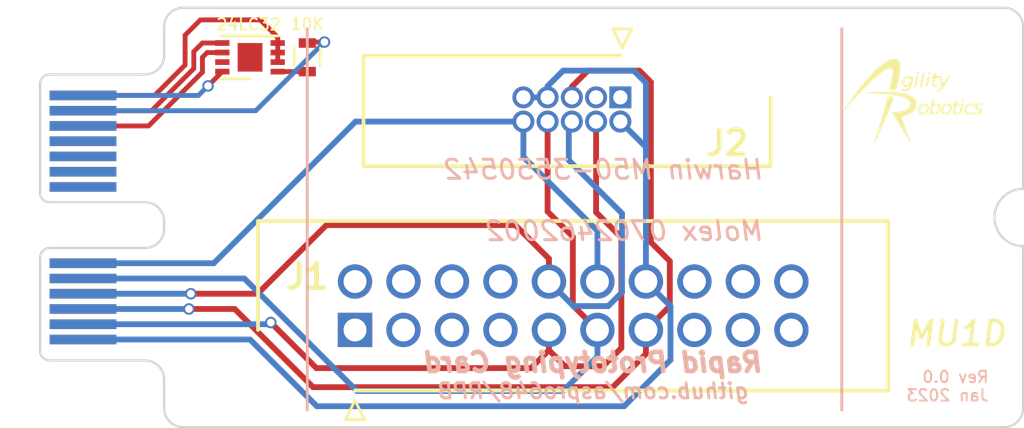
<source format=kicad_pcb>
(kicad_pcb (version 20171130) (host pcbnew "(5.1.12)-1")

  (general
    (thickness 1.6)
    (drawings 16)
    (tracks 103)
    (zones 0)
    (modules 6)
    (nets 45)
  )

  (page A)
  (title_block
    (title "Beetje 32U4 Blok")
    (date 2018-08-10)
    (rev 0.0)
    (company www.MakersBox.us)
    (comment 1 648.ken@gmail.com)
  )

  (layers
    (0 F.Cu signal)
    (31 B.Cu signal)
    (32 B.Adhes user)
    (33 F.Adhes user)
    (34 B.Paste user)
    (35 F.Paste user)
    (36 B.SilkS user)
    (37 F.SilkS user)
    (38 B.Mask user)
    (39 F.Mask user)
    (40 Dwgs.User user)
    (41 Cmts.User user)
    (42 Eco1.User user)
    (43 Eco2.User user)
    (44 Edge.Cuts user)
    (45 Margin user)
    (46 B.CrtYd user hide)
    (47 F.CrtYd user)
    (48 B.Fab user hide)
    (49 F.Fab user)
  )

  (setup
    (last_trace_width 0.3048)
    (user_trace_width 0.3048)
    (user_trace_width 0.3556)
    (user_trace_width 0.4064)
    (user_trace_width 0.6096)
    (trace_clearance 0.2)
    (zone_clearance 0.35)
    (zone_45_only no)
    (trace_min 0.2)
    (via_size 0.6)
    (via_drill 0.4)
    (via_min_size 0.4)
    (via_min_drill 0.3)
    (uvia_size 0.3)
    (uvia_drill 0.1)
    (uvias_allowed no)
    (uvia_min_size 0.2)
    (uvia_min_drill 0.1)
    (edge_width 0.15)
    (segment_width 0.2)
    (pcb_text_width 0.3)
    (pcb_text_size 1.5 1.5)
    (mod_edge_width 0.15)
    (mod_text_size 1 1)
    (mod_text_width 0.15)
    (pad_size 0.5 3.500001)
    (pad_drill 0)
    (pad_to_mask_clearance 0)
    (aux_axis_origin 0 0)
    (visible_elements 7FFFFFFF)
    (pcbplotparams
      (layerselection 0x010f0_ffffffff)
      (usegerberextensions true)
      (usegerberattributes true)
      (usegerberadvancedattributes true)
      (creategerberjobfile false)
      (excludeedgelayer true)
      (linewidth 0.100000)
      (plotframeref false)
      (viasonmask false)
      (mode 1)
      (useauxorigin false)
      (hpglpennumber 1)
      (hpglpenspeed 20)
      (hpglpendiameter 15.000000)
      (psnegative false)
      (psa4output false)
      (plotreference true)
      (plotvalue true)
      (plotinvisibletext false)
      (padsonsilk false)
      (subtractmaskfromsilk false)
      (outputformat 1)
      (mirror false)
      (drillshape 0)
      (scaleselection 1)
      (outputdirectory "gerbers/"))
  )

  (net 0 "")
  (net 1 /10)
  (net 2 /01)
  (net 3 /02)
  (net 4 /04)
  (net 5 /05)
  (net 6 /06)
  (net 7 /07)
  (net 8 /08)
  (net 9 /09)
  (net 10 /11)
  (net 11 /12)
  (net 12 /13)
  (net 13 /14)
  (net 14 /15)
  (net 15 /16)
  (net 16 /17)
  (net 17 /18)
  (net 18 /19)
  (net 19 /20)
  (net 20 /03)
  (net 21 /D2_SDA)
  (net 22 GND)
  (net 23 /D3_SCL)
  (net 24 +5V)
  (net 25 /A)
  (net 26 "Net-(R1-Pad1)")
  (net 27 "Net-(U1-Pad7)")
  (net 28 /RESET)
  (net 29 "Net-(J1-Pad1)")
  (net 30 "Net-(J1-Pad2)")
  (net 31 "Net-(J1-Pad3)")
  (net 32 "Net-(J1-Pad4)")
  (net 33 "Net-(J1-Pad5)")
  (net 34 "Net-(J1-Pad6)")
  (net 35 "Net-(J1-Pad7)")
  (net 36 "Net-(J1-Pad8)")
  (net 37 "Net-(J1-Pad15)")
  (net 38 "Net-(J1-Pad16)")
  (net 39 "Net-(J1-Pad17)")
  (net 40 "Net-(J1-Pad18)")
  (net 41 "Net-(J1-Pad19)")
  (net 42 "Net-(J1-Pad20)")
  (net 43 "Net-(J2-Pad1)")
  (net 44 "Net-(J2-Pad3)")

  (net_class Default "This is the default net class."
    (clearance 0.2)
    (trace_width 0.254)
    (via_dia 0.6)
    (via_drill 0.4)
    (uvia_dia 0.3)
    (uvia_drill 0.1)
    (add_net +5V)
    (add_net /01)
    (add_net /02)
    (add_net /03)
    (add_net /04)
    (add_net /05)
    (add_net /06)
    (add_net /07)
    (add_net /08)
    (add_net /09)
    (add_net /10)
    (add_net /11)
    (add_net /12)
    (add_net /13)
    (add_net /14)
    (add_net /15)
    (add_net /16)
    (add_net /17)
    (add_net /18)
    (add_net /19)
    (add_net /20)
    (add_net /A)
    (add_net /D2_SDA)
    (add_net /D3_SCL)
    (add_net /RESET)
    (add_net GND)
    (add_net "Net-(J1-Pad1)")
    (add_net "Net-(J1-Pad15)")
    (add_net "Net-(J1-Pad16)")
    (add_net "Net-(J1-Pad17)")
    (add_net "Net-(J1-Pad18)")
    (add_net "Net-(J1-Pad19)")
    (add_net "Net-(J1-Pad2)")
    (add_net "Net-(J1-Pad20)")
    (add_net "Net-(J1-Pad3)")
    (add_net "Net-(J1-Pad4)")
    (add_net "Net-(J1-Pad5)")
    (add_net "Net-(J1-Pad6)")
    (add_net "Net-(J1-Pad7)")
    (add_net "Net-(J1-Pad8)")
    (add_net "Net-(J2-Pad1)")
    (add_net "Net-(J2-Pad3)")
    (add_net "Net-(R1-Pad1)")
    (add_net "Net-(U1-Pad7)")
  )

  (module footprints:MEC8-113-CARD_2 locked (layer F.Cu) (tedit 637EA67F) (tstamp 6381DF90)
    (at 0 -0.1 90)
    (path /63771AB0)
    (fp_text reference X0 (at 4.375 -1.25 90) (layer F.Fab)
      (effects (font (size 1 1) (thickness 0.15)))
    )
    (fp_text value "Card Edge" (at 10.9 -1 90) (layer F.Fab)
      (effects (font (size 1 1) (thickness 0.15)))
    )
    (fp_line (start -1 47.5) (end -1 7.5) (layer Edge.Cuts) (width 0.12))
    (fp_line (start 21 7.5) (end 21 47.5) (layer Edge.Cuts) (width 0.12))
    (fp_line (start 11.5 51.5) (end 19 51.5) (layer Edge.Cuts) (width 0.12))
    (fp_line (start 8.5 51.5) (end 1 51.5) (layer Edge.Cuts) (width 0.12))
    (fp_line (start 10 11.5) (end 10 48.5) (layer Dwgs.User) (width 0.12))
    (fp_line (start 1 6.5) (end 1.5 6.5) (layer Edge.Cuts) (width 0.12))
    (fp_line (start 18.5 6.5) (end 19 6.5) (layer Edge.Cuts) (width 0.12))
    (fp_line (start 17.5 0.5) (end 17.5 5.5) (layer Edge.Cuts) (width 0.12))
    (fp_line (start 2.5 0.5) (end 2.5 5.5) (layer Edge.Cuts) (width 0.12))
    (fp_line (start 8.4 0.5) (end 8.4 5.5) (layer Edge.Cuts) (width 0.12))
    (fp_line (start 10.8 5.5) (end 10.8 0.5) (layer Edge.Cuts) (width 0.12))
    (fp_line (start 9.4 6.5) (end 9.8 6.5) (layer Edge.Cuts) (width 0.12))
    (fp_line (start 3 0) (end 7.9 0) (layer Edge.Cuts) (width 0.12))
    (fp_line (start 17 0) (end 11.3 0) (layer Edge.Cuts) (width 0.12))
    (fp_line (start 0 6.5) (end 1 6.5) (layer Edge.Cuts) (width 0.12))
    (fp_line (start 19 6.5) (end 20 6.5) (layer Edge.Cuts) (width 0.12))
    (fp_line (start -1 50.5) (end -1 47.5) (layer Edge.Cuts) (width 0.12))
    (fp_line (start 0 51.5) (end 1 51.5) (layer Edge.Cuts) (width 0.12))
    (fp_line (start 19 51.5) (end 20 51.5) (layer Edge.Cuts) (width 0.12))
    (fp_line (start 21 50.5) (end 21 47.5) (layer Edge.Cuts) (width 0.12))
    (fp_arc (start 10 51.5) (end 11.5 51.5) (angle -180) (layer Edge.Cuts) (width 0.12))
    (fp_arc (start 20 50.5) (end 20 51.5) (angle -90) (layer Edge.Cuts) (width 0.12))
    (fp_arc (start 0 50.5) (end -1 50.5) (angle -90) (layer Edge.Cuts) (width 0.12))
    (fp_arc (start 0 7.5) (end 0 6.5) (angle -90) (layer Edge.Cuts) (width 0.12))
    (fp_arc (start 20 7.5) (end 21 7.5) (angle -90) (layer Edge.Cuts) (width 0.12))
    (fp_arc (start 18.5 5.5) (end 17.5 5.5) (angle -90) (layer Edge.Cuts) (width 0.12))
    (fp_arc (start 1.5 5.5) (end 1.5 6.5) (angle -90) (layer Edge.Cuts) (width 0.12))
    (fp_arc (start 9.4 5.5) (end 8.4 5.5) (angle -90) (layer Edge.Cuts) (width 0.12))
    (fp_arc (start 9.8 5.5) (end 9.8 6.5) (angle -90) (layer Edge.Cuts) (width 0.12))
    (fp_arc (start 7.9 0.5) (end 8.4 0.5) (angle -90) (layer Edge.Cuts) (width 0.12))
    (fp_arc (start 11.3 0.5) (end 11.3 0) (angle -90) (layer Edge.Cuts) (width 0.12))
    (fp_arc (start 17 0.5) (end 17.5 0.5) (angle -90) (layer Edge.Cuts) (width 0.12))
    (fp_arc (start 3 0.5) (end 3 0) (angle -90) (layer Edge.Cuts) (width 0.12))
    (fp_arc (start 10 51.5) (end 13.5 51.5) (angle -180) (layer Dwgs.User) (width 0.12))
    (pad 14 smd rect (at 3.6 2.25 90) (size 0.5 3.5) (layers F.Cu F.Paste F.Mask)
      (net 10 /11))
    (pad 1 smd rect (at 3.6 2.25 90) (size 0.5 3.5) (layers B.Cu B.Paste B.Mask)
      (net 2 /01))
    (pad 15 smd rect (at 4.4 2.25 90) (size 0.5 3.5) (layers F.Cu F.Paste F.Mask)
      (net 11 /12))
    (pad 2 smd rect (at 4.4 2.25 90) (size 0.5 3.5) (layers B.Cu B.Paste B.Mask)
      (net 3 /02))
    (pad 16 smd rect (at 5.2 2.25 90) (size 0.5 3.5) (layers F.Cu F.Paste F.Mask)
      (net 12 /13))
    (pad 3 smd rect (at 5.2 2.25 90) (size 0.5 3.5) (layers B.Cu B.Paste B.Mask)
      (net 20 /03))
    (pad 17 smd rect (at 6 2.25 90) (size 0.5 3.5) (layers F.Cu F.Paste F.Mask)
      (net 13 /14))
    (pad 4 smd rect (at 6 2.25 90) (size 0.5 3.5) (layers B.Cu B.Paste B.Mask)
      (net 4 /04))
    (pad 18 smd rect (at 6.8 2.25 90) (size 0.5 3.5) (layers F.Cu F.Paste F.Mask)
      (net 14 /15))
    (pad 5 smd rect (at 6.8 2.25 90) (size 0.5 3.5) (layers B.Cu B.Paste B.Mask)
      (net 5 /05))
    (pad 19 smd rect (at 7.6 2.25 90) (size 0.5 3.5) (layers F.Cu F.Paste F.Mask)
      (net 15 /16))
    (pad 6 smd rect (at 7.6 2.25 90) (size 0.5 3.5) (layers B.Cu B.Paste B.Mask)
      (net 6 /06))
    (pad 20 smd rect (at 11.6 2.25 90) (size 0.5 3.5) (layers F.Cu F.Paste F.Mask)
      (net 16 /17))
    (pad 7 smd rect (at 11.6 2.25 90) (size 0.5 3.5) (layers B.Cu B.Paste B.Mask)
      (net 7 /07))
    (pad 21 smd rect (at 12.4 2.25 90) (size 0.5 3.5) (layers F.Cu F.Paste F.Mask)
      (net 17 /18))
    (pad 8 smd rect (at 12.4 2.25 90) (size 0.5 3.5) (layers B.Cu B.Paste B.Mask)
      (net 8 /08))
    (pad 22 smd rect (at 13.2 2.25 90) (size 0.5 3.5) (layers F.Cu F.Paste F.Mask)
      (net 18 /19))
    (pad 9 smd rect (at 13.2 2.25 90) (size 0.5 3.5) (layers B.Cu B.Paste B.Mask)
      (net 9 /09))
    (pad 23 smd rect (at 14 2.25 90) (size 0.5 3.5) (layers F.Cu F.Paste F.Mask)
      (net 19 /20))
    (pad 10 smd rect (at 14 2.25 90) (size 0.5 3.5) (layers B.Cu B.Paste B.Mask)
      (net 1 /10))
    (pad 24 smd rect (at 14.8 2.25 90) (size 0.5 3.5) (layers F.Cu F.Paste F.Mask)
      (net 23 /D3_SCL))
    (pad 11 smd rect (at 14.8 2.25 90) (size 0.5 3.5) (layers B.Cu B.Paste B.Mask)
      (net 28 /RESET))
    (pad 25 smd rect (at 15.6 2.25 90) (size 0.5 3.5) (layers F.Cu F.Paste F.Mask)
      (net 21 /D2_SDA))
    (pad 12 smd rect (at 15.6 2.25 90) (size 0.5 3.5) (layers B.Cu B.Paste B.Mask)
      (net 25 /A))
    (pad 26 smd rect (at 16.4 2.25 90) (size 0.5 3.5) (layers F.Cu F.Paste F.Mask)
      (net 22 GND))
    (pad 13 smd rect (at 16.4 2.25 90) (size 0.5 3.5) (layers B.Cu B.Paste B.Mask)
      (net 24 +5V))
  )

  (module footprints:R_0603 (layer F.Cu) (tedit 636E7A48) (tstamp 638FCFA4)
    (at 14 -18.5 90)
    (descr "Resistor SMD 0603, reflow soldering, Vishay (see dcrcw.pdf)")
    (tags "resistor 0603")
    (path /63EABA42)
    (attr smd)
    (fp_text reference R1 (at 1.905 0 270) (layer Dwgs.User)
      (effects (font (size 1 1) (thickness 0.15)))
    )
    (fp_text value 10K (at 1.75 0) (layer F.SilkS)
      (effects (font (size 0.6 0.6) (thickness 0.1)))
    )
    (fp_line (start -0.8 0.4) (end -0.8 -0.4) (layer F.Fab) (width 0.1))
    (fp_line (start 0.8 0.4) (end -0.8 0.4) (layer F.Fab) (width 0.1))
    (fp_line (start 0.8 -0.4) (end 0.8 0.4) (layer F.Fab) (width 0.1))
    (fp_line (start -0.8 -0.4) (end 0.8 -0.4) (layer F.Fab) (width 0.1))
    (fp_line (start 0.5 0.68) (end -0.5 0.68) (layer F.SilkS) (width 0.12))
    (fp_line (start -0.5 -0.68) (end 0.5 -0.68) (layer F.SilkS) (width 0.12))
    (fp_line (start -1.25 -0.7) (end 1.25 -0.7) (layer F.CrtYd) (width 0.05))
    (fp_line (start -1.25 -0.7) (end -1.25 0.7) (layer F.CrtYd) (width 0.05))
    (fp_line (start 1.25 0.7) (end 1.25 -0.7) (layer F.CrtYd) (width 0.05))
    (fp_line (start 1.25 0.7) (end -1.25 0.7) (layer F.CrtYd) (width 0.05))
    (fp_text user %R (at 0 0 270) (layer F.Fab)
      (effects (font (size 0.4 0.4) (thickness 0.075)))
    )
    (pad 1 smd rect (at -0.75 0 90) (size 0.5 0.9) (layers F.Cu F.Paste F.Mask)
      (net 26 "Net-(R1-Pad1)"))
    (pad 2 smd rect (at 0.75 0 90) (size 0.5 0.9) (layers F.Cu F.Paste F.Mask)
      (net 25 /A))
    (model ${KISYS3DMOD}/Resistors_SMD.3dshapes/R_0603.wrl
      (at (xyz 0 0 0))
      (scale (xyz 1 1 1))
      (rotate (xyz 0 0 0))
    )
  )

  (module footprints:DFN-8-1EP_3x2mm (layer F.Cu) (tedit 638826C0) (tstamp 638FCBD7)
    (at 11 -18.5 180)
    (descr "8-Lead Plastic Dual Flat, No Lead Package (8MA2) - 2x3x0.6 mm Body [UDFN] (see Atmel-8815-SEEPROM-AT24CS01-02-Datasheet.pdf)")
    (tags "DFN 0.5")
    (path /63E7C52F)
    (attr smd)
    (fp_text reference U1 (at 0 -2.55 180) (layer F.SilkS) hide
      (effects (font (size 1 1) (thickness 0.15)))
    )
    (fp_text value 24LC32 (at 0.075 1.725 180) (layer F.SilkS)
      (effects (font (size 0.6 0.6) (thickness 0.1)))
    )
    (fp_line (start 0 -1.125) (end 1.5 -1.125) (layer F.SilkS) (width 0.15))
    (fp_line (start -1.5 1.125) (end 1.5 1.125) (layer F.SilkS) (width 0.15))
    (fp_line (start -2.1 1.3) (end 2.1 1.3) (layer F.CrtYd) (width 0.05))
    (fp_line (start -2.1 -1.3) (end 2.1 -1.3) (layer F.CrtYd) (width 0.05))
    (fp_line (start 2.1 -1.3) (end 2.1 1.3) (layer F.CrtYd) (width 0.05))
    (fp_line (start -2.1 -1.3) (end -2.1 1.3) (layer F.CrtYd) (width 0.05))
    (fp_line (start -1.5 0) (end -0.5 -1) (layer F.Fab) (width 0.15))
    (fp_line (start -1.5 1) (end -1.5 0) (layer F.Fab) (width 0.15))
    (fp_line (start 1.5 1) (end -1.5 1) (layer F.Fab) (width 0.15))
    (fp_line (start 1.5 -1) (end 1.5 1) (layer F.Fab) (width 0.15))
    (fp_line (start -0.5 -1) (end 1.5 -1) (layer F.Fab) (width 0.15))
    (fp_text user %R (at 0 0 270) (layer F.Fab)
      (effects (font (size 0.5 0.5) (thickness 0.075)))
    )
    (pad "" smd rect (at 0.325 0.375 180) (size 0.5 0.6) (layers F.Paste))
    (pad "" smd rect (at 0.325 -0.375 180) (size 0.5 0.6) (layers F.Paste))
    (pad "" smd rect (at -0.325 0.375 180) (size 0.5 0.6) (layers F.Paste))
    (pad "" smd rect (at -0.325 -0.375 180) (size 0.5 0.6) (layers F.Paste))
    (pad 9 smd rect (at 0 0 180) (size 1.3 1.5) (layers F.Cu F.Mask))
    (pad 8 smd rect (at 1.45 -0.75 180) (size 0.75 0.3) (layers F.Cu F.Paste F.Mask)
      (net 24 +5V))
    (pad 7 smd rect (at 1.45 -0.25 180) (size 0.75 0.3) (layers F.Cu F.Paste F.Mask)
      (net 27 "Net-(U1-Pad7)"))
    (pad 6 smd rect (at 1.45 0.25 180) (size 0.75 0.3) (layers F.Cu F.Paste F.Mask)
      (net 23 /D3_SCL))
    (pad 5 smd rect (at 1.45 0.75 180) (size 0.75 0.3) (layers F.Cu F.Paste F.Mask)
      (net 21 /D2_SDA))
    (pad 4 smd rect (at -1.45 0.75 180) (size 0.75 0.3) (layers F.Cu F.Paste F.Mask)
      (net 22 GND))
    (pad 3 smd rect (at -1.45 0.25 180) (size 0.75 0.3) (layers F.Cu F.Paste F.Mask)
      (net 22 GND))
    (pad 2 smd rect (at -1.45 -0.25 180) (size 0.75 0.3) (layers F.Cu F.Paste F.Mask)
      (net 22 GND))
    (pad 1 smd rect (at -1.45 -0.75 180) (size 0.75 0.3) (layers F.Cu F.Paste F.Mask)
      (net 26 "Net-(R1-Pad1)"))
    (model ${KISYS3DMOD}/Package_DFN_QFN.3dshapes/DFN-8-1EP_3x2mm_P0.5mm_EP1.3x1.5mm.wrl
      (at (xyz 0 0 0))
      (scale (xyz 1 1 1))
      (rotate (xyz 0 0 0))
    )
  )

  (module footprints:AR_logo_18mm (layer F.Cu) (tedit 63780F59) (tstamp 63C742AF)
    (at 45.7 -16.2)
    (path /639341F5)
    (fp_text reference SYM1 (at 0 0) (layer F.SilkS) hide
      (effects (font (size 0.8 0.8) (thickness 0.2)))
    )
    (fp_text value Logo (at 0.75 0) (layer Dwgs.User)
      (effects (font (size 0.8 0.8) (thickness 0.2)))
    )
    (fp_poly (pts (xy 0.918134 -1.51735) (xy 0.938273 -1.488708) (xy 0.936833 -1.451585) (xy 0.917176 -1.408808)
      (xy 0.875949 -1.397) (xy 0.83753 -1.406217) (xy 0.825677 -1.441776) (xy 0.8255 -1.450581)
      (xy 0.841443 -1.501157) (xy 0.882135 -1.522874) (xy 0.918134 -1.51735)) (layer F.SilkS) (width 0.01))
    (fp_poly (pts (xy 0.327138 -1.519676) (xy 0.336935 -1.495811) (xy 0.334943 -1.46747) (xy 0.318506 -1.419368)
      (xy 0.27889 -1.400615) (xy 0.244362 -1.401325) (xy 0.234565 -1.42519) (xy 0.236557 -1.453531)
      (xy 0.252993 -1.501633) (xy 0.292609 -1.520386) (xy 0.327138 -1.519676)) (layer F.SilkS) (width 0.01))
    (fp_poly (pts (xy 0.878089 -1.299562) (xy 0.884894 -1.276255) (xy 0.883933 -1.234387) (xy 0.874778 -1.169452)
      (xy 0.856996 -1.076948) (xy 0.830159 -0.952367) (xy 0.793834 -0.791206) (xy 0.793209 -0.788459)
      (xy 0.768651 -0.752546) (xy 0.7284 -0.738763) (xy 0.694677 -0.751712) (xy 0.69472 -0.775332)
      (xy 0.702567 -0.832211) (xy 0.716902 -0.91427) (xy 0.736411 -1.013427) (xy 0.740308 -1.03217)
      (xy 0.764308 -1.143455) (xy 0.78305 -1.219809) (xy 0.79902 -1.267922) (xy 0.814699 -1.294482)
      (xy 0.832572 -1.306179) (xy 0.842908 -1.308514) (xy 0.863951 -1.308814) (xy 0.878089 -1.299562)) (layer F.SilkS) (width 0.01))
    (fp_poly (pts (xy 0.625918 -1.515207) (xy 0.635 -1.488291) (xy 0.630918 -1.457327) (xy 0.619797 -1.393499)
      (xy 0.603324 -1.305364) (xy 0.583184 -1.201481) (xy 0.561065 -1.090409) (xy 0.538651 -0.980708)
      (xy 0.517631 -0.880935) (xy 0.49969 -0.79965) (xy 0.497108 -0.788459) (xy 0.472257 -0.75241)
      (xy 0.431725 -0.7389) (xy 0.397883 -0.752173) (xy 0.398364 -0.775529) (xy 0.406619 -0.833492)
      (xy 0.42148 -0.91929) (xy 0.441779 -1.026152) (xy 0.464506 -1.138465) (xy 0.492752 -1.272438)
      (xy 0.514756 -1.370523) (xy 0.532363 -1.438387) (xy 0.547418 -1.481696) (xy 0.561764 -1.506117)
      (xy 0.577246 -1.517316) (xy 0.588735 -1.520181) (xy 0.625918 -1.515207)) (layer F.SilkS) (width 0.01))
    (fp_poly (pts (xy 0.287811 -1.303143) (xy 0.293495 -1.280709) (xy 0.290138 -1.236609) (xy 0.27787 -1.164471)
      (xy 0.256821 -1.057918) (xy 0.254171 -1.044789) (xy 0.230334 -0.926872) (xy 0.21282 -0.844159)
      (xy 0.199234 -0.790426) (xy 0.18718 -0.759449) (xy 0.174263 -0.745007) (xy 0.158088 -0.740876)
      (xy 0.13718 -0.740834) (xy 0.098093 -0.746288) (xy 0.085961 -0.756709) (xy 0.090682 -0.782343)
      (xy 0.102651 -0.840971) (xy 0.120126 -0.924219) (xy 0.141367 -1.023713) (xy 0.144263 -1.037167)
      (xy 0.168582 -1.146995) (xy 0.187484 -1.222033) (xy 0.203578 -1.269054) (xy 0.219474 -1.294833)
      (xy 0.237782 -1.306146) (xy 0.248802 -1.308514) (xy 0.272957 -1.310286) (xy 0.287811 -1.303143)) (layer F.SilkS) (width 0.01))
    (fp_poly (pts (xy 1.248833 -1.456475) (xy 1.243607 -1.433626) (xy 1.230854 -1.386975) (xy 1.229144 -1.380986)
      (xy 1.209455 -1.312334) (xy 1.308519 -1.310248) (xy 1.401468 -1.308508) (xy 1.46155 -1.303022)
      (xy 1.498063 -1.286285) (xy 1.520308 -1.250791) (xy 1.537583 -1.189036) (xy 1.555085 -1.11125)
      (xy 1.575827 -1.028731) (xy 1.595359 -0.965149) (xy 1.61076 -0.9294) (xy 1.616258 -0.924781)
      (xy 1.634703 -0.943377) (xy 1.669102 -0.989677) (xy 1.713351 -1.055247) (xy 1.734224 -1.0878)
      (xy 1.782717 -1.163467) (xy 1.825401 -1.228058) (xy 1.85531 -1.271103) (xy 1.861818 -1.279562)
      (xy 1.896059 -1.304667) (xy 1.933269 -1.312549) (xy 1.959012 -1.303067) (xy 1.960826 -1.280533)
      (xy 1.941495 -1.242917) (xy 1.903282 -1.178074) (xy 1.851193 -1.093727) (xy 1.790232 -0.997602)
      (xy 1.725404 -0.89742) (xy 1.661712 -0.800907) (xy 1.604161 -0.715786) (xy 1.557756 -0.649782)
      (xy 1.527501 -0.610617) (xy 1.525015 -0.6079) (xy 1.476688 -0.571386) (xy 1.416804 -0.544388)
      (xy 1.358898 -0.53087) (xy 1.316507 -0.534795) (xy 1.305837 -0.54372) (xy 1.305646 -0.57739)
      (xy 1.345897 -0.609003) (xy 1.384254 -0.624692) (xy 1.441007 -0.657069) (xy 1.488872 -0.703716)
      (xy 1.532152 -0.761849) (xy 1.471106 -1.015907) (xy 1.447083 -1.11062) (xy 1.425496 -1.18608)
      (xy 1.40856 -1.235201) (xy 1.398487 -1.250898) (xy 1.39789 -1.250274) (xy 1.371078 -1.236983)
      (xy 1.317708 -1.226493) (xy 1.290819 -1.223834) (xy 1.195917 -1.217084) (xy 1.160341 -1.048153)
      (xy 1.142329 -0.949757) (xy 1.139443 -0.885033) (xy 1.154187 -0.847241) (xy 1.189065 -0.829646)
      (xy 1.243106 -0.8255) (xy 1.291961 -0.821607) (xy 1.307193 -0.806906) (xy 1.304014 -0.792019)
      (xy 1.292807 -0.758277) (xy 1.291167 -0.749686) (xy 1.272939 -0.741737) (xy 1.228582 -0.740506)
      (xy 1.173581 -0.744956) (xy 1.123425 -0.754053) (xy 1.09976 -0.762486) (xy 1.055872 -0.795395)
      (xy 1.033328 -0.840832) (xy 1.030361 -0.907401) (xy 1.045206 -1.003704) (xy 1.047749 -1.015995)
      (xy 1.067038 -1.11184) (xy 1.076431 -1.173725) (xy 1.075927 -1.208852) (xy 1.065526 -1.224423)
      (xy 1.04775 -1.227667) (xy 1.019814 -1.240025) (xy 1.019353 -1.268089) (xy 1.043209 -1.29835)
      (xy 1.067405 -1.311759) (xy 1.112724 -1.34885) (xy 1.125613 -1.39061) (xy 1.140346 -1.436388)
      (xy 1.178971 -1.45496) (xy 1.190625 -1.456615) (xy 1.232762 -1.459331) (xy 1.248833 -1.456475)) (layer F.SilkS) (width 0.01))
    (fp_poly (pts (xy -0.164133 -1.302835) (xy -0.112691 -1.280888) (xy -0.078339 -1.260797) (xy -0.061699 -1.267924)
      (xy -0.055729 -1.280888) (xy -0.028823 -1.308519) (xy 0.008227 -1.311193) (xy 0.036874 -1.290956)
      (xy 0.042333 -1.270078) (xy 0.037079 -1.21475) (xy 0.022986 -1.133375) (xy 0.002561 -1.036248)
      (xy -0.021691 -0.933663) (xy -0.047264 -0.835914) (xy -0.071652 -0.753294) (xy -0.092351 -0.696097)
      (xy -0.101611 -0.678717) (xy -0.186741 -0.596783) (xy -0.293804 -0.55032) (xy -0.423825 -0.538966)
      (xy -0.481542 -0.544049) (xy -0.530075 -0.556338) (xy -0.54856 -0.582756) (xy -0.550333 -0.604995)
      (xy -0.545584 -0.640714) (xy -0.522748 -0.647753) (xy -0.492125 -0.640695) (xy -0.378797 -0.625403)
      (xy -0.280356 -0.644725) (xy -0.202608 -0.696757) (xy -0.165658 -0.747702) (xy -0.152382 -0.786655)
      (xy -0.169838 -0.797284) (xy -0.218557 -0.779807) (xy -0.229815 -0.774145) (xy -0.322279 -0.745265)
      (xy -0.405801 -0.75316) (xy -0.474352 -0.792373) (xy -0.521899 -0.857446) (xy -0.542411 -0.94292)
      (xy -0.539227 -0.968398) (xy -0.427228 -0.968398) (xy -0.413904 -0.889695) (xy -0.375786 -0.841235)
      (xy -0.319514 -0.824907) (xy -0.251731 -0.842598) (xy -0.179076 -0.896198) (xy -0.1778 -0.897467)
      (xy -0.132266 -0.949559) (xy -0.111228 -0.998759) (xy -0.105852 -1.066638) (xy -0.105833 -1.07315)
      (xy -0.112866 -1.155513) (xy -0.137133 -1.20401) (xy -0.183383 -1.225228) (xy -0.217292 -1.227667)
      (xy -0.304227 -1.209075) (xy -0.370359 -1.155962) (xy -0.412453 -1.072324) (xy -0.427228 -0.968398)
      (xy -0.539227 -0.968398) (xy -0.529858 -1.043338) (xy -0.529315 -1.045173) (xy -0.477433 -1.164284)
      (xy -0.404338 -1.249942) (xy -0.312676 -1.2998) (xy -0.228011 -1.312334) (xy -0.164133 -1.302835)) (layer F.SilkS) (width 0.01))
    (fp_poly (pts (xy 2.698119 -0.074216) (xy 2.709333 -0.054648) (xy 2.695492 0.008208) (xy 2.655148 0.039283)
      (xy 2.630721 0.042333) (xy 2.593035 0.035594) (xy 2.589592 0.011784) (xy 2.590652 0.008852)
      (xy 2.602292 -0.03883) (xy 2.6035 -0.054648) (xy 2.621922 -0.078306) (xy 2.656417 -0.084667)
      (xy 2.698119 -0.074216)) (layer F.SilkS) (width 0.01))
    (fp_poly (pts (xy -0.851783 -2.211068) (xy -0.803124 -2.190602) (xy -0.787019 -2.180949) (xy -0.713767 -2.111813)
      (xy -0.662991 -2.010475) (xy -0.634683 -1.876354) (xy -0.628839 -1.708871) (xy -0.645453 -1.507448)
      (xy -0.684521 -1.271505) (xy -0.746036 -1.000463) (xy -0.775066 -0.889) (xy -0.804239 -0.783892)
      (xy -0.831202 -0.69309) (xy -0.853427 -0.624674) (xy -0.86838 -0.586724) (xy -0.871093 -0.582462)
      (xy -0.897016 -0.575878) (xy -0.951897 -0.571331) (xy -1.022403 -0.568968) (xy -1.095202 -0.568937)
      (xy -1.15696 -0.571388) (xy -1.194343 -0.576469) (xy -1.19912 -0.57881) (xy -1.196062 -0.59953)
      (xy -1.185653 -0.655334) (xy -1.169138 -0.739854) (xy -1.147763 -0.846723) (xy -1.122776 -0.969571)
      (xy -1.119765 -0.98425) (xy -1.081626 -1.180074) (xy -1.055541 -1.33902) (xy -1.041303 -1.464728)
      (xy -1.038704 -1.56084) (xy -1.047539 -1.630998) (xy -1.067601 -1.678841) (xy -1.0795 -1.693334)
      (xy -1.115644 -1.723062) (xy -1.153363 -1.733299) (xy -1.205747 -1.724785) (xy -1.26954 -1.70408)
      (xy -1.362827 -1.661146) (xy -1.478569 -1.591633) (xy -1.61032 -1.499888) (xy -1.751628 -1.39026)
      (xy -1.822778 -1.331013) (xy -1.9592 -1.210194) (xy -2.118013 -1.061625) (xy -2.294526 -0.890097)
      (xy -2.484048 -0.700396) (xy -2.68189 -0.497313) (xy -2.88336 -0.285636) (xy -3.083768 -0.070153)
      (xy -3.278424 0.144346) (xy -3.381375 0.260215) (xy -3.459172 0.347464) (xy -3.526318 0.42081)
      (xy -3.578329 0.475515) (xy -3.610722 0.506842) (xy -3.6195 0.511805) (xy -3.607596 0.487436)
      (xy -3.574209 0.433885) (xy -3.522828 0.356153) (xy -3.45694 0.259243) (xy -3.380034 0.148157)
      (xy -3.295598 0.027896) (xy -3.207121 -0.096537) (xy -3.118091 -0.220142) (xy -3.031995 -0.337915)
      (xy -2.95259 -0.4445) (xy -2.685138 -0.78958) (xy -2.430761 -1.098147) (xy -2.189811 -1.369883)
      (xy -1.962642 -1.604468) (xy -1.749606 -1.801585) (xy -1.551056 -1.960915) (xy -1.367345 -2.082138)
      (xy -1.198825 -2.164935) (xy -1.04585 -2.208989) (xy -0.992953 -2.215427) (xy -0.909656 -2.218439)
      (xy -0.851783 -2.211068)) (layer F.SilkS) (width 0.01))
    (fp_poly (pts (xy 3.640553 0.139549) (xy 3.67615 0.164458) (xy 3.678819 0.185964) (xy 3.668815 0.20551)
      (xy 3.642144 0.215344) (xy 3.589338 0.217369) (xy 3.533265 0.215237) (xy 3.450208 0.213862)
      (xy 3.398971 0.221131) (xy 3.369638 0.238608) (xy 3.367152 0.241426) (xy 3.348208 0.282604)
      (xy 3.366523 0.318752) (xy 3.424067 0.352235) (xy 3.475115 0.371014) (xy 3.558668 0.400935)
      (xy 3.608837 0.427706) (xy 3.633521 0.457549) (xy 3.64062 0.496683) (xy 3.640667 0.501399)
      (xy 3.622615 0.584717) (xy 3.569626 0.645735) (xy 3.483443 0.683282) (xy 3.365814 0.696186)
      (xy 3.350676 0.696044) (xy 3.27676 0.693072) (xy 3.216234 0.688015) (xy 3.190875 0.683909)
      (xy 3.158105 0.659757) (xy 3.161583 0.616469) (xy 3.172632 0.595772) (xy 3.196779 0.578112)
      (xy 3.234416 0.590481) (xy 3.295139 0.60831) (xy 3.372721 0.61291) (xy 3.448245 0.604782)
      (xy 3.502791 0.584428) (xy 3.504329 0.583323) (xy 3.531149 0.546907) (xy 3.516828 0.509505)
      (xy 3.462496 0.472478) (xy 3.388018 0.443069) (xy 3.308744 0.412602) (xy 3.263034 0.380127)
      (xy 3.24258 0.337386) (xy 3.238824 0.294731) (xy 3.257961 0.2274) (xy 3.312739 0.174881)
      (xy 3.397902 0.141061) (xy 3.459609 0.131506) (xy 3.567736 0.128407) (xy 3.640553 0.139549)) (layer F.SilkS) (width 0.01))
    (fp_poly (pts (xy 3.166546 0.133572) (xy 3.220228 0.152027) (xy 3.235693 0.183238) (xy 3.232204 0.197541)
      (xy 3.215947 0.216023) (xy 3.179591 0.222638) (xy 3.113039 0.21898) (xy 3.102815 0.217955)
      (xy 3.002828 0.217357) (xy 2.930282 0.242725) (xy 2.876073 0.298655) (xy 2.85008 0.345572)
      (xy 2.819878 0.438951) (xy 2.821467 0.519422) (xy 2.854618 0.579396) (xy 2.857237 0.581845)
      (xy 2.889674 0.603317) (xy 2.932686 0.611783) (xy 2.999762 0.609231) (xy 3.025749 0.606703)
      (xy 3.095328 0.600579) (xy 3.131425 0.602009) (xy 3.142495 0.612745) (xy 3.13868 0.630118)
      (xy 3.119057 0.665814) (xy 3.086209 0.686529) (xy 3.029989 0.696052) (xy 2.956413 0.698175)
      (xy 2.882055 0.695669) (xy 2.83312 0.683848) (xy 2.792847 0.656993) (xy 2.76866 0.634083)
      (xy 2.731082 0.592182) (xy 2.713532 0.553631) (xy 2.710644 0.501008) (xy 2.713695 0.455693)
      (xy 2.742052 0.332183) (xy 2.802418 0.235038) (xy 2.891486 0.167274) (xy 3.00595 0.131911)
      (xy 3.073407 0.127324) (xy 3.166546 0.133572)) (layer F.SilkS) (width 0.01))
    (fp_poly (pts (xy 2.655334 0.129767) (xy 2.667 0.134672) (xy 2.662732 0.163651) (xy 2.651337 0.223181)
      (xy 2.634922 0.30348) (xy 2.615599 0.394767) (xy 2.595476 0.487262) (xy 2.576665 0.571183)
      (xy 2.561273 0.63675) (xy 2.551413 0.674182) (xy 2.549604 0.678917) (xy 2.520823 0.694996)
      (xy 2.493771 0.6985) (xy 2.464867 0.692823) (xy 2.457709 0.667715) (xy 2.463208 0.629708)
      (xy 2.493964 0.471171) (xy 2.518846 0.34955) (xy 2.539313 0.260067) (xy 2.556827 0.197945)
      (xy 2.572845 0.158406) (xy 2.58883 0.136672) (xy 2.606241 0.127966) (xy 2.616842 0.127)
      (xy 2.655334 0.129767)) (layer F.SilkS) (width 0.01))
    (fp_poly (pts (xy 2.328817 -0.017024) (xy 2.339931 0.003654) (xy 2.334816 0.052916) (xy 2.322794 0.127)
      (xy 2.41023 0.127) (xy 2.466722 0.130315) (xy 2.492179 0.143818) (xy 2.497667 0.169333)
      (xy 2.491862 0.195113) (xy 2.467418 0.207728) (xy 2.41379 0.211564) (xy 2.395875 0.211666)
      (xy 2.294083 0.211666) (xy 2.260531 0.386291) (xy 2.243815 0.48613) (xy 2.24108 0.552015)
      (xy 2.25481 0.590735) (xy 2.287487 0.609077) (xy 2.341596 0.613829) (xy 2.343773 0.613833)
      (xy 2.392628 0.617726) (xy 2.407859 0.632427) (xy 2.404681 0.647314) (xy 2.393474 0.681056)
      (xy 2.391833 0.689647) (xy 2.373755 0.698161) (xy 2.329613 0.698401) (xy 2.274547 0.691808)
      (xy 2.223697 0.679822) (xy 2.203542 0.671729) (xy 2.163054 0.642481) (xy 2.140764 0.60107)
      (xy 2.135408 0.539646) (xy 2.145725 0.450356) (xy 2.157669 0.386291) (xy 2.174237 0.301367)
      (xy 2.181904 0.249652) (xy 2.180533 0.222939) (xy 2.169986 0.213022) (xy 2.15473 0.211666)
      (xy 2.122857 0.199287) (xy 2.119654 0.171159) (xy 2.143202 0.140794) (xy 2.166606 0.128131)
      (xy 2.212464 0.089128) (xy 2.229577 0.043989) (xy 2.246629 -0.003413) (xy 2.278943 -0.020301)
      (xy 2.294723 -0.021167) (xy 2.328817 -0.017024)) (layer F.SilkS) (width 0.01))
    (fp_poly (pts (xy 1.904522 0.131858) (xy 1.974251 0.154295) (xy 2.024717 0.203195) (xy 2.044349 0.236248)
      (xy 2.068033 0.324831) (xy 2.059432 0.423769) (xy 2.022509 0.521543) (xy 1.961225 0.606634)
      (xy 1.899902 0.656281) (xy 1.813552 0.69042) (xy 1.719005 0.698893) (xy 1.631467 0.681954)
      (xy 1.577382 0.650875) (xy 1.527424 0.581382) (xy 1.507255 0.4929) (xy 1.50922 0.47086)
      (xy 1.608667 0.47086) (xy 1.625435 0.543495) (xy 1.669488 0.592107) (xy 1.731442 0.613832)
      (xy 1.801917 0.605809) (xy 1.871531 0.565174) (xy 1.882892 0.554531) (xy 1.933323 0.482055)
      (xy 1.959474 0.397576) (xy 1.958591 0.315549) (xy 1.93824 0.263887) (xy 1.88869 0.223307)
      (xy 1.8205 0.211252) (xy 1.747267 0.228811) (xy 1.716974 0.246182) (xy 1.667799 0.299846)
      (xy 1.628766 0.376158) (xy 1.60936 0.455437) (xy 1.608667 0.47086) (xy 1.50922 0.47086)
      (xy 1.515934 0.395555) (xy 1.552517 0.29947) (xy 1.616062 0.214773) (xy 1.618162 0.212721)
      (xy 1.673857 0.166694) (xy 1.731075 0.142557) (xy 1.806035 0.13172) (xy 1.904522 0.131858)) (layer F.SilkS) (width 0.01))
    (fp_poly (pts (xy 1.129371 -0.077985) (xy 1.135529 -0.050229) (xy 1.132991 -0.037042) (xy 1.121655 0.01425)
      (xy 1.106997 0.082211) (xy 1.103245 0.09984) (xy 1.084315 0.189097) (xy 1.144356 0.158048)
      (xy 1.234836 0.129018) (xy 1.323932 0.131125) (xy 1.398963 0.163284) (xy 1.419769 0.181664)
      (xy 1.461177 0.25451) (xy 1.473118 0.344753) (xy 1.458103 0.442055) (xy 1.418645 0.536074)
      (xy 1.357255 0.616472) (xy 1.303968 0.658268) (xy 1.222553 0.690028) (xy 1.135252 0.696192)
      (xy 1.059216 0.676181) (xy 1.044024 0.667054) (xy 1.009672 0.646963) (xy 0.993032 0.654089)
      (xy 0.987062 0.667054) (xy 0.960787 0.693549) (xy 0.923781 0.697439) (xy 0.894776 0.679985)
      (xy 0.889 0.660467) (xy 0.890514 0.64011) (xy 0.895666 0.605793) (xy 0.905371 0.552933)
      (xy 0.920541 0.476951) (xy 0.928497 0.43867) (xy 1.041254 0.43867) (xy 1.042578 0.521884)
      (xy 1.059078 0.572891) (xy 1.098147 0.605932) (xy 1.157455 0.614976) (xy 1.222789 0.600626)
      (xy 1.279921 0.563503) (xy 1.318487 0.510233) (xy 1.351282 0.440952) (xy 1.357106 0.423537)
      (xy 1.372193 0.360163) (xy 1.369475 0.31569) (xy 1.352779 0.278075) (xy 1.305802 0.233164)
      (xy 1.238399 0.213237) (xy 1.166743 0.222002) (xy 1.146737 0.230833) (xy 1.0971 0.278446)
      (xy 1.060683 0.352624) (xy 1.041254 0.43867) (xy 0.928497 0.43867) (xy 0.942091 0.373265)
      (xy 0.970936 0.237295) (xy 1.007056 0.068791) (xy 1.025306 -0.010242) (xy 1.040945 -0.056319)
      (xy 1.058796 -0.078161) (xy 1.083683 -0.084488) (xy 1.09193 -0.084667) (xy 1.129371 -0.077985)) (layer F.SilkS) (width 0.01))
    (fp_poly (pts (xy 0.689407 0.127028) (xy 0.767543 0.15669) (xy 0.793851 0.178093) (xy 0.848189 0.260228)
      (xy 0.86504 0.357077) (xy 0.844254 0.463398) (xy 0.804465 0.545235) (xy 0.740007 0.619492)
      (xy 0.656723 0.671396) (xy 0.564883 0.698528) (xy 0.474759 0.698471) (xy 0.396624 0.668809)
      (xy 0.370315 0.647406) (xy 0.315978 0.565271) (xy 0.299551 0.47086) (xy 0.402167 0.47086)
      (xy 0.418935 0.543495) (xy 0.462988 0.592107) (xy 0.524942 0.613832) (xy 0.595417 0.605809)
      (xy 0.665031 0.565174) (xy 0.676392 0.554531) (xy 0.726823 0.482055) (xy 0.752974 0.397576)
      (xy 0.752091 0.315549) (xy 0.73174 0.263887) (xy 0.68219 0.223307) (xy 0.614 0.211252)
      (xy 0.540767 0.228811) (xy 0.510474 0.246182) (xy 0.461299 0.299846) (xy 0.422266 0.376158)
      (xy 0.40286 0.455437) (xy 0.402167 0.47086) (xy 0.299551 0.47086) (xy 0.299126 0.468422)
      (xy 0.319912 0.362101) (xy 0.359701 0.280264) (xy 0.424159 0.206007) (xy 0.507443 0.154103)
      (xy 0.599283 0.126971) (xy 0.689407 0.127028)) (layer F.SilkS) (width 0.01))
    (fp_poly (pts (xy -1.123301 -0.475872) (xy -0.845356 -0.457808) (xy -0.602961 -0.428259) (xy -0.394302 -0.386926)
      (xy -0.217566 -0.333511) (xy -0.07094 -0.267715) (xy 0.047387 -0.189239) (xy 0.067443 -0.172324)
      (xy 0.148837 -0.081297) (xy 0.195308 0.022322) (xy 0.211136 0.148488) (xy 0.211202 0.161948)
      (xy 0.192045 0.307776) (xy 0.135429 0.436293) (xy 0.040893 0.547981) (xy -0.092025 0.643318)
      (xy -0.263786 0.722783) (xy -0.359833 0.755329) (xy -0.441971 0.781418) (xy -0.508269 0.804211)
      (xy -0.548518 0.820127) (xy -0.555243 0.823936) (xy -0.552135 0.846391) (xy -0.536157 0.903873)
      (xy -0.508859 0.991608) (xy -0.471795 1.104824) (xy -0.426514 1.238746) (xy -0.374571 1.388601)
      (xy -0.338023 1.492139) (xy -0.282259 1.649894) (xy -0.231624 1.794825) (xy -0.187742 1.922147)
      (xy -0.152239 2.027074) (xy -0.126742 2.104817) (xy -0.112876 2.150592) (xy -0.110863 2.160917)
      (xy -0.122573 2.146376) (xy -0.153843 2.099122) (xy -0.202443 2.022734) (xy -0.266146 1.920795)
      (xy -0.342722 1.796886) (xy -0.429944 1.65459) (xy -0.525584 1.497488) (xy -0.597609 1.378537)
      (xy -1.078801 0.582083) (xy -0.851609 0.569471) (xy -0.640026 0.547119) (xy -0.462867 0.505725)
      (xy -0.321185 0.44574) (xy -0.216037 0.367611) (xy -0.148478 0.27179) (xy -0.147478 0.269609)
      (xy -0.112196 0.166326) (xy -0.111038 0.080414) (xy -0.144671 0.003311) (xy -0.170776 -0.030159)
      (xy -0.262469 -0.10717) (xy -0.394919 -0.176293) (xy -0.567254 -0.237349) (xy -0.778605 -0.290157)
      (xy -1.028101 -0.334536) (xy -1.314873 -0.370305) (xy -1.63805 -0.397283) (xy -1.996762 -0.41529)
      (xy -2.030517 -0.416456) (xy -2.171319 -0.422036) (xy -2.28075 -0.428245) (xy -2.355992 -0.434844)
      (xy -2.394227 -0.441592) (xy -2.394856 -0.447525) (xy -2.361582 -0.452721) (xy -2.292157 -0.458373)
      (xy -2.192756 -0.464163) (xy -2.069553 -0.469768) (xy -1.928723 -0.47487) (xy -1.793089 -0.478739)
      (xy -1.438607 -0.48275) (xy -1.123301 -0.475872)) (layer F.SilkS) (width 0.01))
    (fp_poly (pts (xy -1.186788 -0.241754) (xy -1.11363 -0.231695) (xy -1.062492 -0.22388) (xy -1.024858 -0.216991)
      (xy -1.000759 -0.205621) (xy -0.990226 -0.184364) (xy -0.993291 -0.147814) (xy -1.009986 -0.090565)
      (xy -1.040343 -0.007211) (xy -1.084392 0.107654) (xy -1.116096 0.1905) (xy -1.166301 0.319274)
      (xy -1.226295 0.467901) (xy -1.294094 0.631888) (xy -1.367714 0.806744) (xy -1.44517 0.987975)
      (xy -1.524477 1.171091) (xy -1.603651 1.351598) (xy -1.680707 1.525005) (xy -1.753661 1.686819)
      (xy -1.820528 1.832549) (xy -1.879323 1.957701) (xy -1.928062 2.057784) (xy -1.964761 2.128306)
      (xy -1.987435 2.164775) (xy -1.989134 2.166665) (xy -1.98878 2.153681) (xy -1.976814 2.10647)
      (xy -1.954955 2.030986) (xy -1.924924 1.933181) (xy -1.891356 1.827998) (xy -1.817997 1.599256)
      (xy -1.742256 1.358419) (xy -1.666453 1.113168) (xy -1.592906 0.871185) (xy -1.523933 0.640149)
      (xy -1.461852 0.427742) (xy -1.408981 0.241645) (xy -1.374753 0.116416) (xy -1.343721 0.002226)
      (xy -1.315468 -0.097635) (xy -1.292121 -0.17596) (xy -1.275809 -0.225545) (xy -1.269727 -0.239281)
      (xy -1.242911 -0.244487) (xy -1.186788 -0.241754)) (layer F.SilkS) (width 0.01))
  )

  (module footprints:SHDR20W99P254_2X10_3302X889X927P (layer F.Cu) (tedit 0) (tstamp 63C73F86)
    (at 16.5 -4.2)
    (descr 70246-2002)
    (tags Connector)
    (path /63C7B5CF)
    (fp_text reference J1 (at -2.5 -2.8) (layer F.SilkS)
      (effects (font (size 1.27 1.27) (thickness 0.254)))
    )
    (fp_text value MU1D (at 0 0) (layer F.SilkS) hide
      (effects (font (size 1.27 1.27) (thickness 0.254)))
    )
    (fp_line (start -5.33 3.425) (end -5.33 -5.965) (layer F.CrtYd) (width 0.05))
    (fp_line (start -5.33 -5.965) (end 28.19 -5.965) (layer F.CrtYd) (width 0.05))
    (fp_line (start 28.19 -5.965) (end 28.19 3.425) (layer F.CrtYd) (width 0.05))
    (fp_line (start 28.19 3.425) (end -5.33 3.425) (layer F.CrtYd) (width 0.05))
    (fp_line (start -5.08 3.175) (end -5.08 -5.715) (layer F.Fab) (width 0.1))
    (fp_line (start -5.08 -5.715) (end 27.94 -5.715) (layer F.Fab) (width 0.1))
    (fp_line (start 27.94 -5.715) (end 27.94 3.175) (layer F.Fab) (width 0.1))
    (fp_line (start 27.94 3.175) (end -5.08 3.175) (layer F.Fab) (width 0.1))
    (fp_line (start 0 3.175) (end 27.94 3.175) (layer F.SilkS) (width 0.2))
    (fp_line (start 27.94 3.175) (end 27.94 -5.715) (layer F.SilkS) (width 0.2))
    (fp_line (start 27.94 -5.715) (end -5.08 -5.715) (layer F.SilkS) (width 0.2))
    (fp_line (start -5.08 -5.715) (end -5.08 0) (layer F.SilkS) (width 0.2))
    (fp_text user %R (at 0 0) (layer F.Fab)
      (effects (font (size 1.27 1.27) (thickness 0.254)))
    )
    (pad 1 thru_hole rect (at 0 0) (size 1.8 1.8) (drill 1.2) (layers *.Cu *.Mask)
      (net 29 "Net-(J1-Pad1)"))
    (pad 2 thru_hole circle (at 0 -2.54) (size 1.8 1.8) (drill 1.2) (layers *.Cu *.Mask)
      (net 30 "Net-(J1-Pad2)"))
    (pad 3 thru_hole circle (at 2.54 0) (size 1.8 1.8) (drill 1.2) (layers *.Cu *.Mask)
      (net 31 "Net-(J1-Pad3)"))
    (pad 4 thru_hole circle (at 2.54 -2.54) (size 1.8 1.8) (drill 1.2) (layers *.Cu *.Mask)
      (net 32 "Net-(J1-Pad4)"))
    (pad 5 thru_hole circle (at 5.08 0) (size 1.8 1.8) (drill 1.2) (layers *.Cu *.Mask)
      (net 33 "Net-(J1-Pad5)"))
    (pad 6 thru_hole circle (at 5.08 -2.54) (size 1.8 1.8) (drill 1.2) (layers *.Cu *.Mask)
      (net 34 "Net-(J1-Pad6)"))
    (pad 7 thru_hole circle (at 7.62 0) (size 1.8 1.8) (drill 1.2) (layers *.Cu *.Mask)
      (net 35 "Net-(J1-Pad7)"))
    (pad 8 thru_hole circle (at 7.62 -2.54) (size 1.8 1.8) (drill 1.2) (layers *.Cu *.Mask)
      (net 36 "Net-(J1-Pad8)"))
    (pad 9 thru_hole circle (at 10.16 0) (size 1.8 1.8) (drill 1.2) (layers *.Cu *.Mask)
      (net 3 /02))
    (pad 10 thru_hole circle (at 10.16 -2.54) (size 1.8 1.8) (drill 1.2) (layers *.Cu *.Mask)
      (net 4 /04))
    (pad 11 thru_hole circle (at 12.7 0) (size 1.8 1.8) (drill 1.2) (layers *.Cu *.Mask)
      (net 5 /05))
    (pad 12 thru_hole circle (at 12.7 -2.54) (size 1.8 1.8) (drill 1.2) (layers *.Cu *.Mask)
      (net 6 /06))
    (pad 13 thru_hole circle (at 15.24 0) (size 1.8 1.8) (drill 1.2) (layers *.Cu *.Mask)
      (net 20 /03))
    (pad 14 thru_hole circle (at 15.24 -2.54) (size 1.8 1.8) (drill 1.2) (layers *.Cu *.Mask)
      (net 2 /01))
    (pad 15 thru_hole circle (at 17.78 0) (size 1.8 1.8) (drill 1.2) (layers *.Cu *.Mask)
      (net 37 "Net-(J1-Pad15)"))
    (pad 16 thru_hole circle (at 17.78 -2.54) (size 1.8 1.8) (drill 1.2) (layers *.Cu *.Mask)
      (net 38 "Net-(J1-Pad16)"))
    (pad 17 thru_hole circle (at 20.32 0) (size 1.8 1.8) (drill 1.2) (layers *.Cu *.Mask)
      (net 39 "Net-(J1-Pad17)"))
    (pad 18 thru_hole circle (at 20.32 -2.54) (size 1.8 1.8) (drill 1.2) (layers *.Cu *.Mask)
      (net 40 "Net-(J1-Pad18)"))
    (pad 19 thru_hole circle (at 22.86 0) (size 1.8 1.8) (drill 1.2) (layers *.Cu *.Mask)
      (net 41 "Net-(J1-Pad19)"))
    (pad 20 thru_hole circle (at 22.86 -2.54) (size 1.8 1.8) (drill 1.2) (layers *.Cu *.Mask)
      (net 42 "Net-(J1-Pad20)"))
    (model 70246-2002.stp
      (offset (xyz 11.43000013351428 1.269999961853019 5.599999820529043))
      (scale (xyz 1 1 1))
      (rotate (xyz -90 0 0))
    )
  )

  (module footprints:SHDR10W40P127_2X5_2083X565X1160P (layer F.Cu) (tedit 0) (tstamp 63C73FA1)
    (at 30.4 -16.4 180)
    (descr M50-3550542)
    (tags Connector)
    (path /63C7D014)
    (fp_text reference J2 (at -5.6 -2.4) (layer F.SilkS)
      (effects (font (size 1.27 1.27) (thickness 0.254)))
    )
    (fp_text value "ENC INPUT" (at 0 0) (layer F.SilkS) hide
      (effects (font (size 1.27 1.27) (thickness 0.254)))
    )
    (fp_line (start -8.125 2.44) (end -8.125 -3.86) (layer F.CrtYd) (width 0.05))
    (fp_line (start -8.125 -3.86) (end 13.705 -3.86) (layer F.CrtYd) (width 0.05))
    (fp_line (start 13.705 -3.86) (end 13.705 2.44) (layer F.CrtYd) (width 0.05))
    (fp_line (start 13.705 2.44) (end -8.125 2.44) (layer F.CrtYd) (width 0.05))
    (fp_line (start -7.875 2.19) (end -7.875 -3.61) (layer F.Fab) (width 0.1))
    (fp_line (start -7.875 -3.61) (end 13.455 -3.61) (layer F.Fab) (width 0.1))
    (fp_line (start 13.455 -3.61) (end 13.455 2.19) (layer F.Fab) (width 0.1))
    (fp_line (start 13.455 2.19) (end -7.875 2.19) (layer F.Fab) (width 0.1))
    (fp_line (start 0 2.19) (end 13.455 2.19) (layer F.SilkS) (width 0.2))
    (fp_line (start 13.455 2.19) (end 13.455 -3.61) (layer F.SilkS) (width 0.2))
    (fp_line (start 13.455 -3.61) (end -7.875 -3.61) (layer F.SilkS) (width 0.2))
    (fp_line (start -7.875 -3.61) (end -7.875 0) (layer F.SilkS) (width 0.2))
    (fp_text user %R (at 0 0) (layer F.Fab)
      (effects (font (size 1.27 1.27) (thickness 0.254)))
    )
    (pad 1 thru_hole rect (at 0 0 180) (size 1.15 1.15) (drill 0.75) (layers *.Cu *.Mask)
      (net 43 "Net-(J2-Pad1)"))
    (pad 2 thru_hole circle (at 0 -1.27 180) (size 1.15 1.15) (drill 0.75) (layers *.Cu *.Mask)
      (net 2 /01))
    (pad 3 thru_hole circle (at 1.27 0 180) (size 1.15 1.15) (drill 0.75) (layers *.Cu *.Mask)
      (net 44 "Net-(J2-Pad3)"))
    (pad 4 thru_hole circle (at 1.27 -1.27 180) (size 1.15 1.15) (drill 0.75) (layers *.Cu *.Mask)
      (net 3 /02))
    (pad 5 thru_hole circle (at 2.54 0 180) (size 1.15 1.15) (drill 0.75) (layers *.Cu *.Mask)
      (net 20 /03))
    (pad 6 thru_hole circle (at 2.54 -1.27 180) (size 1.15 1.15) (drill 0.75) (layers *.Cu *.Mask)
      (net 4 /04))
    (pad 7 thru_hole circle (at 3.81 0 180) (size 1.15 1.15) (drill 0.75) (layers *.Cu *.Mask)
      (net 2 /01))
    (pad 8 thru_hole circle (at 3.81 -1.27 180) (size 1.15 1.15) (drill 0.75) (layers *.Cu *.Mask)
      (net 5 /05))
    (pad 9 thru_hole circle (at 5.08 0 180) (size 1.15 1.15) (drill 0.75) (layers *.Cu *.Mask)
      (net 2 /01))
    (pad 10 thru_hole circle (at 5.08 -1.27 180) (size 1.15 1.15) (drill 0.75) (layers *.Cu *.Mask)
      (net 6 /06))
    (model M50-3550542.stp
      (at (xyz 0 0 0))
      (scale (xyz 1 1 1))
      (rotate (xyz 0 0 0))
    )
  )

  (gr_line (start 31 -20) (end 30.5 -19) (layer F.SilkS) (width 0.15) (tstamp 63CAEE56))
  (gr_line (start 30 -20) (end 31 -20) (layer F.SilkS) (width 0.15))
  (gr_line (start 30.5 -19) (end 30 -20) (layer F.SilkS) (width 0.15))
  (gr_line (start 17 0.5) (end 16.5 -0.5) (layer F.SilkS) (width 0.15) (tstamp 63CAEE55))
  (gr_line (start 16 0.5) (end 17 0.5) (layer F.SilkS) (width 0.15))
  (gr_line (start 16.5 -0.5) (end 16 0.5) (layer F.SilkS) (width 0.15))
  (gr_line (start 14 0) (end 14 -20) (layer B.SilkS) (width 0.15))
  (gr_line (start 42 0) (end 42 -20) (layer B.SilkS) (width 0.15))
  (gr_text MU1D (at 48 -4) (layer F.SilkS) (tstamp 638FE033)
    (effects (font (size 1.25 1.25) (thickness 0.2) italic))
  )
  (gr_text "Harwin M50-3550542\n\nMolex 0702462002" (at 38 -11) (layer B.SilkS) (tstamp 638FC5D3)
    (effects (font (size 1 1) (thickness 0.15) italic) (justify left mirror))
  )
  (gr_line (start 10.9 -20.55) (end 10.9 0.7) (layer Dwgs.User) (width 0.15))
  (gr_line (start 29 -20) (end 29 0) (layer Dwgs.User) (width 0.15))
  (gr_text "Rev 0.0\nJan 2023" (at 49.75 -1.25) (layer B.SilkS)
    (effects (font (size 0.6 0.6) (thickness 0.1)) (justify left mirror))
  )
  (gr_text github.com/aspro648/RPB (at 29 -1) (layer B.SilkS)
    (effects (font (size 0.8 0.8) (thickness 0.15) italic) (justify mirror))
  )
  (gr_line (start 9.75 -19.5) (end 9.75 -0.5) (layer Dwgs.User) (width 0.1))
  (gr_text "Rapid Prototyping Card" (at 29 -2.5) (layer B.SilkS)
    (effects (font (size 1 1) (thickness 0.25) italic) (justify mirror))
  )

  (segment (start 31.74 -13.79) (end 30.4 -15.13) (width 0.3048) (layer B.Cu) (net 2))
  (segment (start 25.32 -16.4) (end 26.59 -16.4) (width 0.3048) (layer B.Cu) (net 2))
  (segment (start 26.59 -16.4) (end 26.59 -16.99) (width 0.3048) (layer B.Cu) (net 2))
  (segment (start 26.59 -16.99) (end 27.4 -17.8) (width 0.3048) (layer B.Cu) (net 2))
  (segment (start 27.4 -17.8) (end 31.1 -17.8) (width 0.3048) (layer B.Cu) (net 2))
  (segment (start 31.74 -17.16) (end 31.74 -13.64) (width 0.3048) (layer B.Cu) (net 2))
  (segment (start 31.1 -17.8) (end 31.74 -17.16) (width 0.3048) (layer B.Cu) (net 2))
  (segment (start 31.74 -13.64) (end 31.74 -13.79) (width 0.3048) (layer B.Cu) (net 2))
  (segment (start 31.74 -6.74) (end 31.74 -13.64) (width 0.3048) (layer B.Cu) (net 2))
  (segment (start 2.25 -3.7) (end 11 -3.7) (width 0.3048) (layer B.Cu) (net 2))
  (segment (start 11 -3.7) (end 14.5 -0.2) (width 0.3048) (layer B.Cu) (net 2))
  (segment (start 14.5 -0.2) (end 30.6 -0.2) (width 0.3048) (layer B.Cu) (net 2))
  (segment (start 33.027599 -5.452401) (end 31.74 -6.74) (width 0.3048) (layer B.Cu) (net 2))
  (segment (start 33.027599 -2.627599) (end 33.027599 -5.452401) (width 0.3048) (layer B.Cu) (net 2))
  (segment (start 30.6 -0.2) (end 33.027599 -2.627599) (width 0.3048) (layer B.Cu) (net 2))
  (segment (start 29.13 -15.13) (end 29.13 -10.37) (width 0.3048) (layer F.Cu) (net 3))
  (segment (start 30.452401 -9.047599) (end 30.452401 -3.252401) (width 0.3048) (layer F.Cu) (net 3))
  (segment (start 29.13 -10.37) (end 30.452401 -9.047599) (width 0.3048) (layer F.Cu) (net 3))
  (segment (start 30.452401 -3.252401) (end 29.5 -2.3) (width 0.3048) (layer F.Cu) (net 3))
  (segment (start 29.5 -2.3) (end 27.5 -2.3) (width 0.3048) (layer F.Cu) (net 3))
  (segment (start 26.66 -3.14) (end 26.66 -4.2) (width 0.3048) (layer F.Cu) (net 3))
  (segment (start 27.5 -2.3) (end 26.66 -3.14) (width 0.3048) (layer F.Cu) (net 3))
  (via (at 12.088683 -4.588683) (size 0.6) (drill 0.4) (layers F.Cu B.Cu) (net 3))
  (segment (start 12 -4.5) (end 12.088683 -4.588683) (width 0.3048) (layer B.Cu) (net 3))
  (segment (start 2.25 -4.5) (end 12 -4.5) (width 0.3048) (layer B.Cu) (net 3))
  (segment (start 25.72 -2.2) (end 26.66 -3.14) (width 0.3048) (layer F.Cu) (net 3))
  (segment (start 14.477366 -2.2) (end 25.72 -2.2) (width 0.3048) (layer F.Cu) (net 3))
  (segment (start 12.088683 -4.588683) (end 14.477366 -2.2) (width 0.3048) (layer F.Cu) (net 3))
  (segment (start 26.66 -6.74) (end 28 -5.4) (width 0.3048) (layer B.Cu) (net 4))
  (segment (start 30.487599 -6.174045) (end 30.487599 -10.312401) (width 0.3048) (layer B.Cu) (net 4))
  (segment (start 29.765955 -5.452401) (end 30.487599 -6.174045) (width 0.3048) (layer B.Cu) (net 4))
  (segment (start 28.052401 -5.452401) (end 29.765955 -5.452401) (width 0.3048) (layer B.Cu) (net 4))
  (segment (start 28 -5.4) (end 28.052401 -5.452401) (width 0.3048) (layer B.Cu) (net 4))
  (segment (start 27.7 -14.97) (end 27.86 -15.13) (width 0.3048) (layer B.Cu) (net 4))
  (segment (start 27.7 -13.1) (end 27.7 -14.97) (width 0.3048) (layer B.Cu) (net 4))
  (segment (start 30.487599 -10.312401) (end 27.7 -13.1) (width 0.3048) (layer B.Cu) (net 4))
  (via (at 7.9 -6.1) (size 0.6) (drill 0.4) (layers F.Cu B.Cu) (net 4))
  (segment (start 4.3048 -6.1) (end 7.9 -6.1) (width 0.3048) (layer B.Cu) (net 4))
  (segment (start 2.25 -6.1) (end 4.3048 -6.1) (width 0.3048) (layer B.Cu) (net 4))
  (segment (start 7.9 -6.1) (end 11.4 -6.1) (width 0.3048) (layer F.Cu) (net 4))
  (segment (start 11.4 -6.1) (end 15 -9.7) (width 0.3048) (layer F.Cu) (net 4))
  (segment (start 15 -9.7) (end 24.9 -9.7) (width 0.3048) (layer F.Cu) (net 4))
  (segment (start 26.66 -7.94) (end 26.66 -6.74) (width 0.3048) (layer F.Cu) (net 4))
  (segment (start 24.9 -9.7) (end 26.66 -7.94) (width 0.3048) (layer F.Cu) (net 4))
  (segment (start 26.59 -15.13) (end 26.59 -10.41) (width 0.3048) (layer F.Cu) (net 5))
  (segment (start 27.912401 -5.487599) (end 29.2 -4.2) (width 0.3048) (layer F.Cu) (net 5))
  (segment (start 27.912401 -9.087599) (end 27.912401 -5.487599) (width 0.3048) (layer F.Cu) (net 5))
  (segment (start 26.59 -10.41) (end 27.912401 -9.087599) (width 0.3048) (layer F.Cu) (net 5))
  (segment (start 27.4 -1) (end 29.2 -2.8) (width 0.3048) (layer B.Cu) (net 5))
  (segment (start 29.2 -2.8) (end 29.2 -4.2) (width 0.3048) (layer B.Cu) (net 5))
  (segment (start 16.6 -1) (end 27.4 -1) (width 0.3048) (layer B.Cu) (net 5))
  (segment (start 10.7 -6.9) (end 16.6 -1) (width 0.3048) (layer B.Cu) (net 5))
  (segment (start 2.25 -6.9) (end 10.7 -6.9) (width 0.3048) (layer B.Cu) (net 5))
  (segment (start 29.2 -6.74) (end 29.2 -9.4) (width 0.3048) (layer B.Cu) (net 6))
  (segment (start 25.32 -13.28) (end 25.32 -15.13) (width 0.3048) (layer B.Cu) (net 6))
  (segment (start 29.2 -9.4) (end 25.32 -13.28) (width 0.3048) (layer B.Cu) (net 6))
  (segment (start 2.25 -7.7) (end 9.1 -7.7) (width 0.3048) (layer B.Cu) (net 6))
  (segment (start 16.53 -15.13) (end 25.32 -15.13) (width 0.3048) (layer B.Cu) (net 6))
  (segment (start 9.1 -7.7) (end 16.53 -15.13) (width 0.3048) (layer B.Cu) (net 6))
  (segment (start 32.992401 -5.452401) (end 32.992401 -7.807599) (width 0.3048) (layer F.Cu) (net 20))
  (segment (start 31.74 -4.2) (end 32.992401 -5.452401) (width 0.3048) (layer F.Cu) (net 20))
  (segment (start 32.992401 -7.807599) (end 32 -8.8) (width 0.3048) (layer F.Cu) (net 20))
  (segment (start 32 -8.8) (end 32 -17.2) (width 0.3048) (layer F.Cu) (net 20))
  (segment (start 32 -17.2) (end 31.4 -17.8) (width 0.3048) (layer F.Cu) (net 20))
  (segment (start 31.4 -17.8) (end 28.7 -17.8) (width 0.3048) (layer F.Cu) (net 20))
  (segment (start 27.86 -16.96) (end 27.86 -16.4) (width 0.3048) (layer F.Cu) (net 20))
  (segment (start 28.7 -17.8) (end 27.86 -16.96) (width 0.3048) (layer F.Cu) (net 20))
  (via (at 7.8 -5.3) (size 0.6) (drill 0.4) (layers F.Cu B.Cu) (net 20))
  (segment (start 2.25 -5.3) (end 7.8 -5.3) (width 0.3048) (layer B.Cu) (net 20))
  (segment (start 7.8 -5.3) (end 10.2 -5.3) (width 0.3048) (layer F.Cu) (net 20))
  (segment (start 10.2 -5.3) (end 14.3 -1.2) (width 0.3048) (layer F.Cu) (net 20))
  (segment (start 14.3 -1.2) (end 30 -1.2) (width 0.3048) (layer F.Cu) (net 20))
  (segment (start 31.74 -2.94) (end 31.74 -4.2) (width 0.3048) (layer F.Cu) (net 20))
  (segment (start 30 -1.2) (end 31.74 -2.94) (width 0.3048) (layer F.Cu) (net 20))
  (segment (start 5.842066 -15.7) (end 2.25 -15.7) (width 0.254) (layer F.Cu) (net 21))
  (segment (start 8.05401 -17.911943) (end 5.842066 -15.7) (width 0.254) (layer F.Cu) (net 21))
  (segment (start 8.05401 -18.8) (end 8.05401 -17.911943) (width 0.254) (layer F.Cu) (net 21))
  (segment (start 8.50401 -19.25) (end 8.05401 -18.8) (width 0.254) (layer F.Cu) (net 21))
  (segment (start 9.55 -19.25) (end 8.50401 -19.25) (width 0.254) (layer F.Cu) (net 21))
  (segment (start 12.45 -19.55) (end 12.45 -19.25) (width 0.254) (layer F.Cu) (net 22))
  (segment (start 11.536398 -20.463602) (end 12.45 -19.55) (width 0.254) (layer F.Cu) (net 22))
  (segment (start 8.4 -20.463602) (end 11.536398 -20.463602) (width 0.254) (layer F.Cu) (net 22))
  (segment (start 7.6 -19.663602) (end 8.4 -20.463602) (width 0.254) (layer F.Cu) (net 22))
  (segment (start 7.6 -18.1) (end 7.6 -19.663602) (width 0.254) (layer F.Cu) (net 22))
  (segment (start 6 -16.5) (end 7.6 -18.1) (width 0.254) (layer F.Cu) (net 22))
  (segment (start 2.25 -16.5) (end 6 -16.5) (width 0.254) (layer F.Cu) (net 22))
  (segment (start 12.45 -18.75) (end 12.45 -19.25) (width 0.254) (layer F.Cu) (net 22))
  (segment (start 12.45 -18.25) (end 12.45 -18.75) (width 0.254) (layer F.Cu) (net 22))
  (segment (start 9.55 -18.75) (end 8.75802 -18.75) (width 0.254) (layer F.Cu) (net 23))
  (segment (start 8.75802 -18.75) (end 8.50802 -18.5) (width 0.254) (layer F.Cu) (net 23))
  (segment (start 5.684134 -14.9) (end 2.25 -14.9) (width 0.254) (layer F.Cu) (net 23))
  (segment (start 8.50802 -17.723886) (end 5.684134 -14.9) (width 0.254) (layer F.Cu) (net 23))
  (segment (start 8.50802 -18.5) (end 8.50802 -17.723886) (width 0.254) (layer F.Cu) (net 23))
  (via (at 8.8 -17) (size 0.6) (drill 0.4) (layers F.Cu B.Cu) (net 24))
  (segment (start 8.3 -16.5) (end 8.8 -17) (width 0.254) (layer B.Cu) (net 24))
  (segment (start 2.25 -16.5) (end 8.3 -16.5) (width 0.254) (layer B.Cu) (net 24))
  (segment (start 8.8 -17) (end 9.55 -17.75) (width 0.254) (layer F.Cu) (net 24))
  (via (at 14.9 -19.3) (size 0.6) (drill 0.4) (layers F.Cu B.Cu) (net 25))
  (segment (start 11.3 -15.7) (end 14.9 -19.3) (width 0.254) (layer B.Cu) (net 25))
  (segment (start 2.25 -15.7) (end 11.3 -15.7) (width 0.254) (layer B.Cu) (net 25))
  (segment (start 14.05 -19.3) (end 14 -19.25) (width 0.254) (layer F.Cu) (net 25))
  (segment (start 14.9 -19.3) (end 14.05 -19.3) (width 0.254) (layer F.Cu) (net 25))
  (segment (start 12.45 -17.75) (end 14 -17.75) (width 0.254) (layer F.Cu) (net 26))

)

</source>
